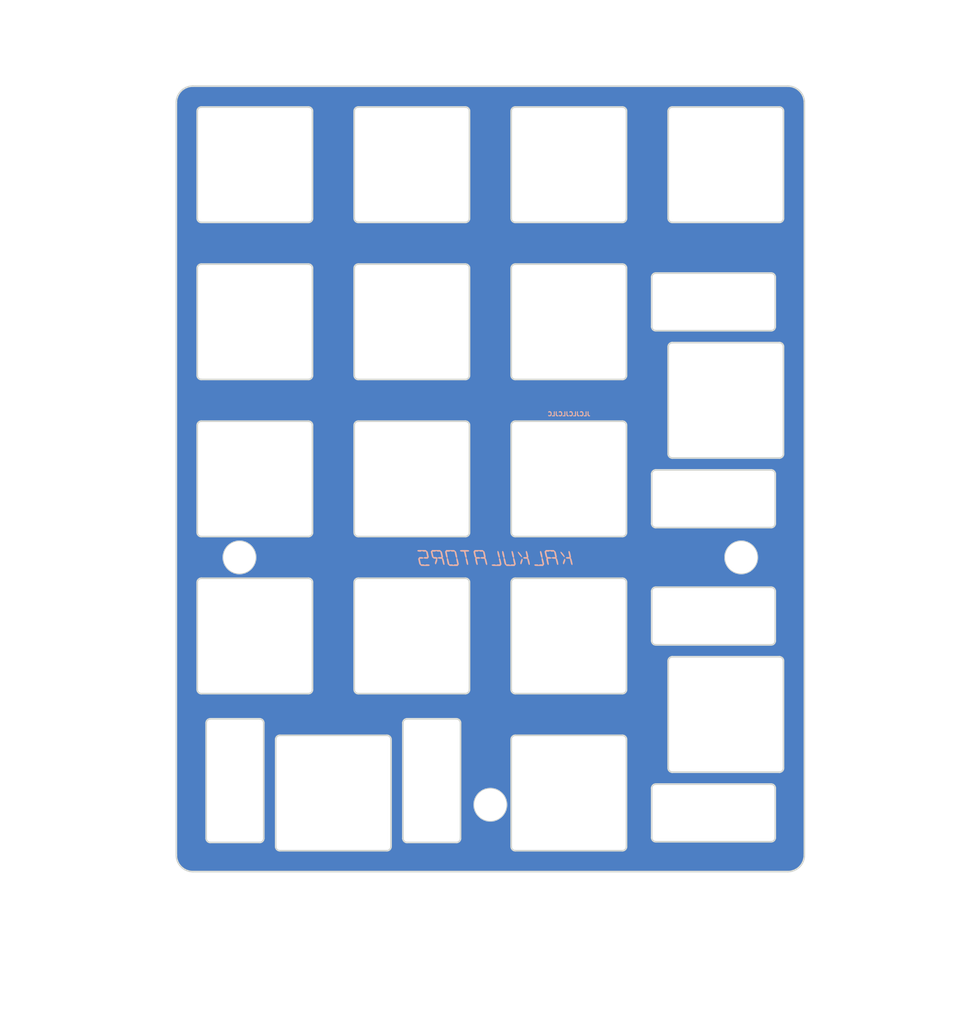
<source format=kicad_pcb>
(kicad_pcb (version 20221018) (generator pcbnew)
  (layers (0 "F.Cu" signal) (31 "B.Cu" signal) (34 "B.Paste" user) (35 "F.Paste" user) (36 "B.SilkS" user "B.Silkscreen") (37 "F.SilkS" user "F.Silkscreen") (38 "B.Mask" user) (39 "F.Mask" user) (44 "Edge.Cuts" user))
  (net 0 "")
  (footprint "libraries:logo_small" (layer "B.Cu") (at 85.44 88.4 180)
    (fp_text reference "G***" hide)
    (fp_text value "LOGO" hide)
  )
  (gr_arc (start 49.865 109.125) (mid 49.511447 108.978553) (end 49.365 108.625) (stroke (width 0.2)) (layer "Edge.Cuts"))
  (gr_line (start 49.865 51.975) (end 62.865 51.975) (stroke (width 0.2)) (layer "Edge.Cuts"))
  (gr_arc (start 120.515 118.15) (mid 120.368553 118.503553) (end 120.015 118.65) (stroke (width 0.2)) (layer "Edge.Cuts"))
  (gr_line (start 87.965 114.175) (end 100.965 114.175) (stroke (width 0.2)) (layer "Edge.Cuts"))
  (gr_line (start 46.84 37.45) (end 46.84 128.7) (stroke (width 0.2)) (layer "Edge.Cuts"))
  (gr_arc (start 62.865 37.975) (mid 63.218553 38.121447) (end 63.365 38.475) (stroke (width 0.2)) (layer "Edge.Cuts"))
  (gr_arc (start 87.965 109.125) (mid 87.611447 108.978553) (end 87.465 108.625) (stroke (width 0.2)) (layer "Edge.Cuts"))
  (gr_arc (start 82.415 108.625) (mid 82.268553 108.978553) (end 81.915 109.125) (stroke (width 0.2)) (layer "Edge.Cuts"))
  (gr_arc (start 63.365 89.575) (mid 63.218553 89.928553) (end 62.865 90.075) (stroke (width 0.2)) (layer "Edge.Cuts"))
  (gr_line (start 87.965 76.075) (end 100.965 76.075) (stroke (width 0.2)) (layer "Edge.Cuts"))
  (gr_arc (start 68.915 51.975) (mid 68.561447 51.828553) (end 68.415 51.475) (stroke (width 0.2)) (layer "Edge.Cuts"))
  (gr_arc (start 105.015 103.212) (mid 104.661447 103.065553) (end 104.515 102.712) (stroke (width 0.2)) (layer "Edge.Cuts"))
  (gr_arc (start 101.465 70.525) (mid 101.318553 70.878553) (end 100.965 71.025) (stroke (width 0.2)) (layer "Edge.Cuts"))
  (gr_line (start 49.865 57.025) (end 62.865 57.025) (stroke (width 0.2)) (layer "Edge.Cuts"))
  (gr_line (start 87.965 95.125) (end 100.965 95.125) (stroke (width 0.2)) (layer "Edge.Cuts"))
  (gr_arc (start 123.04 128.7) (mid 122.454214 130.114214) (end 121.04 130.7) (stroke (width 0.2)) (layer "Edge.Cuts"))
  (gr_arc (start 105.015 65.112) (mid 104.661447 64.965553) (end 104.515 64.612) (stroke (width 0.2)) (layer "Edge.Cuts"))
  (gr_line (start 101.465 76.575) (end 101.465 89.575) (stroke (width 0.2)) (layer "Edge.Cuts"))
  (gr_arc (start 106.515 38.475) (mid 106.661447 38.121447) (end 107.015 37.975) (stroke (width 0.2)) (layer "Edge.Cuts"))
  (gr_line (start 72.89 114.675) (end 72.89 127.675) (stroke (width 0.2)) (layer "Edge.Cuts"))
  (gr_line (start 119.015 58.112) (end 105.015 58.112) (stroke (width 0.2)) (layer "Edge.Cuts"))
  (gr_line (start 104.515 82.488) (end 104.515 88.488) (stroke (width 0.2)) (layer "Edge.Cuts"))
  (gr_line (start 63.365 95.625) (end 63.365 108.625) (stroke (width 0.2)) (layer "Edge.Cuts"))
  (gr_arc (start 81.915 37.975) (mid 82.268553 38.121447) (end 82.415 38.475) (stroke (width 0.2)) (layer "Edge.Cuts"))
  (gr_line (start 68.415 57.525) (end 68.415 70.525) (stroke (width 0.2)) (layer "Edge.Cuts"))
  (gr_line (start 68.415 95.625) (end 68.415 108.625) (stroke (width 0.2)) (layer "Edge.Cuts"))
  (gr_line (start 87.965 90.075) (end 100.965 90.075) (stroke (width 0.2)) (layer "Edge.Cuts"))
  (gr_line (start 120.515 38.475) (end 120.515 51.475) (stroke (width 0.2)) (layer "Edge.Cuts"))
  (gr_line (start 119.515 58.612) (end 119.515 64.612) (stroke (width 0.2)) (layer "Edge.Cuts"))
  (gr_arc (start 106.515 105.15) (mid 106.661447 104.796447) (end 107.015 104.65) (stroke (width 0.2)) (layer "Edge.Cuts"))
  (gr_arc (start 48.84 130.7) (mid 47.425786 130.114214) (end 46.84 128.7) (stroke (width 0.2)) (layer "Edge.Cuts"))
  (gr_line (start 68.915 57.025) (end 81.915 57.025) (stroke (width 0.2)) (layer "Edge.Cuts"))
  (gr_arc (start 74.328 112.675) (mid 74.474447 112.321447) (end 74.828 112.175) (stroke (width 0.2)) (layer "Edge.Cuts"))
  (gr_arc (start 46.84 37.45) (mid 47.425786 36.035786) (end 48.84 35.45) (stroke (width 0.2)) (layer "Edge.Cuts"))
  (gr_arc (start 119.015 96.212) (mid 119.368553 96.358447) (end 119.515 96.712) (stroke (width 0.2)) (layer "Edge.Cuts"))
  (gr_line (start 119.015 88.988) (end 105.015 88.988) (stroke (width 0.2)) (layer "Edge.Cuts"))
  (gr_arc (start 120.015 66.55) (mid 120.368553 66.696447) (end 120.515 67.05) (stroke (width 0.2)) (layer "Edge.Cuts"))
  (gr_arc (start 62.865 95.125) (mid 63.218553 95.271447) (end 63.365 95.625) (stroke (width 0.2)) (layer "Edge.Cuts"))
  (gr_arc (start 107.015 118.65) (mid 106.661447 118.503553) (end 106.515 118.15) (stroke (width 0.2)) (layer "Edge.Cuts"))
  (gr_arc (start 62.865 76.075) (mid 63.218553 76.221447) (end 63.365 76.575) (stroke (width 0.2)) (layer "Edge.Cuts"))
  (gr_arc (start 49.365 76.575) (mid 49.511447 76.221447) (end 49.865 76.075) (stroke (width 0.2)) (layer "Edge.Cuts"))
  (gr_line (start 49.865 90.075) (end 62.865 90.075) (stroke (width 0.2)) (layer "Edge.Cuts"))
  (gr_arc (start 119.515 88.488) (mid 119.368553 88.841553) (end 119.015 88.988) (stroke (width 0.2)) (layer "Edge.Cuts"))
  (gr_line (start 121.04 130.7) (end 48.84 130.7) (stroke (width 0.2)) (layer "Edge.Cuts"))
  (gr_arc (start 50.952 127.175) (mid 50.598447 127.028553) (end 50.452 126.675) (stroke (width 0.2)) (layer "Edge.Cuts"))
  (gr_circle (center 84.94 122.6) (end 86.94 122.6) (stroke (width 0.1)) (fill none) (layer "Edge.Cuts"))
  (gr_arc (start 87.465 95.625) (mid 87.611447 95.271447) (end 87.965 95.125) (stroke (width 0.2)) (layer "Edge.Cuts"))
  (gr_line (start 68.915 71.025) (end 81.915 71.025) (stroke (width 0.2)) (layer "Edge.Cuts"))
  (gr_line (start 101.465 57.525) (end 101.465 70.525) (stroke (width 0.2)) (layer "Edge.Cuts"))
  (gr_arc (start 74.828 127.175) (mid 74.474447 127.028553) (end 74.328 126.675) (stroke (width 0.2)) (layer "Edge.Cuts"))
  (gr_line (start 59.39 128.175) (end 72.39 128.175) (stroke (width 0.2)) (layer "Edge.Cuts"))
  (gr_arc (start 107.015 51.975) (mid 106.661447 51.828553) (end 106.515 51.475) (stroke (width 0.2)) (layer "Edge.Cuts"))
  (gr_arc (start 101.465 108.625) (mid 101.318553 108.978553) (end 100.965 109.125) (stroke (width 0.2)) (layer "Edge.Cuts"))
  (gr_line (start 56.952 127.175) (end 50.952 127.175) (stroke (width 0.2)) (layer "Edge.Cuts"))
  (gr_line (start 104.515 96.712) (end 104.515 102.712) (stroke (width 0.2)) (layer "Edge.Cuts"))
  (gr_line (start 57.452 126.675) (end 57.452 112.675) (stroke (width 0.2)) (layer "Edge.Cuts"))
  (gr_arc (start 106.515 67.05) (mid 106.661447 66.696447) (end 107.015 66.55) (stroke (width 0.2)) (layer "Edge.Cuts"))
  (gr_line (start 120.015 104.65) (end 107.015 104.65) (stroke (width 0.2)) (layer "Edge.Cuts"))
  (gr_line (start 81.328 126.675) (end 81.328 112.675) (stroke (width 0.2)) (layer "Edge.Cuts"))
  (gr_arc (start 101.465 51.475) (mid 101.318553 51.828553) (end 100.965 51.975) (stroke (width 0.2)) (layer "Edge.Cuts"))
  (gr_line (start 80.828 112.175) (end 74.828 112.175) (stroke (width 0.2)) (layer "Edge.Cuts"))
  (gr_arc (start 57.452 126.675) (mid 57.305553 127.028553) (end 56.952 127.175) (stroke (width 0.2)) (layer "Edge.Cuts"))
  (gr_line (start 59.39 114.175) (end 72.39 114.175) (stroke (width 0.2)) (layer "Edge.Cuts"))
  (gr_line (start 56.952 112.175) (end 50.952 112.175) (stroke (width 0.2)) (layer "Edge.Cuts"))
  (gr_arc (start 87.965 71.025) (mid 87.611447 70.878553) (end 87.465 70.525) (stroke (width 0.2)) (layer "Edge.Cuts"))
  (gr_line (start 82.415 76.575) (end 82.415 89.575) (stroke (width 0.2)) (layer "Edge.Cuts"))
  (gr_arc (start 72.89 127.675) (mid 72.743553 128.028553) (end 72.39 128.175) (stroke (width 0.2)) (layer "Edge.Cuts"))
  (gr_line (start 87.965 51.975) (end 100.965 51.975) (stroke (width 0.2)) (layer "Edge.Cuts"))
  (gr_arc (start 104.515 58.612) (mid 104.661447 58.258447) (end 105.015 58.112) (stroke (width 0.2)) (layer "Edge.Cuts"))
  (gr_line (start 87.465 76.575) (end 87.465 89.575) (stroke (width 0.2)) (layer "Edge.Cuts"))
  (gr_arc (start 49.865 71.025) (mid 49.511447 70.878553) (end 49.365 70.525) (stroke (width 0.2)) (layer "Edge.Cuts"))
  (gr_arc (start 120.015 104.65) (mid 120.368553 104.796447) (end 120.515 105.15) (stroke (width 0.2)) (layer "Edge.Cuts"))
  (gr_line (start 119.015 65.112) (end 105.015 65.112) (stroke (width 0.2)) (layer "Edge.Cuts"))
  (gr_arc (start 119.015 58.112) (mid 119.368553 58.258447) (end 119.515 58.612) (stroke (width 0.2)) (layer "Edge.Cuts"))
  (gr_line (start 49.865 71.025) (end 62.865 71.025) (stroke (width 0.2)) (layer "Edge.Cuts"))
  (gr_line (start 107.015 37.975) (end 120.015 37.975) (stroke (width 0.2)) (layer "Edge.Cuts"))
  (gr_arc (start 68.415 38.475) (mid 68.561447 38.121447) (end 68.915 37.975) (stroke (width 0.2)) (layer "Edge.Cuts"))
  (gr_line (start 107.015 51.975) (end 120.015 51.975) (stroke (width 0.2)) (layer "Edge.Cuts"))
  (gr_line (start 68.415 76.575) (end 68.415 89.575) (stroke (width 0.2)) (layer "Edge.Cuts"))
  (gr_arc (start 104.515 120.588) (mid 104.661447 120.234447) (end 105.015 120.088) (stroke (width 0.2)) (layer "Edge.Cuts"))
  (gr_line (start 68.915 90.075) (end 81.915 90.075) (stroke (width 0.2)) (layer "Edge.Cuts"))
  (gr_line (start 120.015 80.55) (end 107.015 80.55) (stroke (width 0.2)) (layer "Edge.Cuts"))
  (gr_line (start 50.452 126.675) (end 50.452 112.675) (stroke (width 0.2)) (layer "Edge.Cuts"))
  (gr_arc (start 120.515 80.05) (mid 120.368553 80.403553) (end 120.015 80.55) (stroke (width 0.2)) (layer "Edge.Cuts"))
  (gr_circle (center 54.5 92.6) (end 56.5 92.6) (stroke (width 0.1)) (fill none) (layer "Edge.Cuts"))
  (gr_arc (start 87.465 114.675) (mid 87.611447 114.321447) (end 87.965 114.175) (stroke (width 0.2)) (layer "Edge.Cuts"))
  (gr_line (start 63.365 76.575) (end 63.365 89.575) (stroke (width 0.2)) (layer "Edge.Cuts"))
  (gr_arc (start 49.865 51.975) (mid 49.511447 51.828553) (end 49.365 51.475) (stroke (width 0.2)) (layer "Edge.Cuts"))
  (gr_arc (start 81.915 95.125) (mid 82.268553 95.271447) (end 82.415 95.625) (stroke (width 0.2)) (layer "Edge.Cuts"))
  (gr_line (start 49.365 95.625) (end 49.365 108.625) (stroke (width 0.2)) (layer "Edge.Cuts"))
  (gr_line (start 106.515 67.05) (end 106.515 80.05) (stroke (width 0.2)) (layer "Edge.Cuts"))
  (gr_arc (start 104.515 96.712) (mid 104.661447 96.358447) (end 105.015 96.212) (stroke (width 0.2)) (layer "Edge.Cuts"))
  (gr_line (start 87.465 38.475) (end 87.465 51.475) (stroke (width 0.2)) (layer "Edge.Cuts"))
  (gr_line (start 121.04 35.45) (end 48.84 35.45) (stroke (width 0.2)) (layer "Edge.Cuts"))
  (gr_arc (start 72.39 114.175) (mid 72.743553 114.321447) (end 72.89 114.675) (stroke (width 0.2)) (layer "Edge.Cuts"))
  (gr_line (start 104.515 120.588) (end 104.515 126.588) (stroke (width 0.2)) (layer "Edge.Cuts"))
  (gr_arc (start 50.452 112.675) (mid 50.598447 112.321447) (end 50.952 112.175) (stroke (width 0.2)) (layer "Edge.Cuts"))
  (gr_arc (start 49.365 95.625) (mid 49.511447 95.271447) (end 49.865 95.125) (stroke (width 0.2)) (layer "Edge.Cuts"))
  (gr_line (start 68.915 95.125) (end 81.915 95.125) (stroke (width 0.2)) (layer "Edge.Cuts"))
  (gr_line (start 87.465 57.525) (end 87.465 70.525) (stroke (width 0.2)) (layer "Edge.Cuts"))
  (gr_arc (start 105.015 127.088) (mid 104.661447 126.941553) (end 104.515 126.588) (stroke (width 0.2)) (layer "Edge.Cuts"))
  (gr_line (start 49.865 76.075) (end 62.865 76.075) (stroke (width 0.2)) (layer "Edge.Cuts"))
  (gr_arc (start 59.39 128.175) (mid 59.036447 128.028553) (end 58.89 127.675) (stroke (width 0.2)) (layer "Edge.Cuts"))
  (gr_line (start 80.828 127.175) (end 74.828 127.175) (stroke (width 0.2)) (layer "Edge.Cuts"))
  (gr_arc (start 68.415 95.625) (mid 68.561447 95.271447) (end 68.915 95.125) (stroke (width 0.2)) (layer "Edge.Cuts"))
  (gr_arc (start 82.415 89.575) (mid 82.268553 89.928553) (end 81.915 90.075) (stroke (width 0.2)) (layer "Edge.Cuts"))
  (gr_arc (start 87.965 90.075) (mid 87.611447 89.928553) (end 87.465 89.575) (stroke (width 0.2)) (layer "Edge.Cuts"))
  (gr_line (start 82.415 38.475) (end 82.415 51.475) (stroke (width 0.2)) (layer "Edge.Cuts"))
  (gr_arc (start 49.365 38.475) (mid 49.511447 38.121447) (end 49.865 37.975) (stroke (width 0.2)) (layer "Edge.Cuts"))
  (gr_line (start 68.915 51.975) (end 81.915 51.975) (stroke (width 0.2)) (layer "Edge.Cuts"))
  (gr_arc (start 68.415 57.525) (mid 68.561447 57.171447) (end 68.915 57.025) (stroke (width 0.2)) (layer "Edge.Cuts"))
  (gr_line (start 101.465 114.675) (end 101.465 127.675) (stroke (width 0.2)) (layer "Edge.Cuts"))
  (gr_line (start 63.365 57.525) (end 63.365 70.525) (stroke (width 0.2)) (layer "Edge.Cuts"))
  (gr_line (start 68.915 109.125) (end 81.915 109.125) (stroke (width 0.2)) (layer "Edge.Cuts"))
  (gr_arc (start 58.89 114.675) (mid 59.036447 114.321447) (end 59.39 114.175) (stroke (width 0.2)) (layer "Edge.Cuts"))
  (gr_arc (start 120.015 37.975) (mid 120.368553 38.121447) (end 120.515 38.475) (stroke (width 0.2)) (layer "Edge.Cuts"))
  (gr_arc (start 87.465 57.525) (mid 87.611447 57.171447) (end 87.965 57.025) (stroke (width 0.2)) (layer "Edge.Cuts"))
  (gr_line (start 49.365 38.475) (end 49.365 51.475) (stroke (width 0.2)) (layer "Edge.Cuts"))
  (gr_arc (start 119.015 120.088) (mid 119.368553 120.234447) (end 119.515 120.588) (stroke (width 0.2)) (layer "Edge.Cuts"))
  (gr_arc (start 81.328 126.675) (mid 81.181553 127.028553) (end 80.828 127.175) (stroke (width 0.2)) (layer "Edge.Cuts"))
  (gr_line (start 87.965 57.025) (end 100.965 57.025) (stroke (width 0.2)) (layer "Edge.Cuts"))
  (gr_arc (start 104.515 82.488) (mid 104.661447 82.134447) (end 105.015 81.988) (stroke (width 0.2)) (layer "Edge.Cuts"))
  (gr_line (start 119.515 96.712) (end 119.515 102.712) (stroke (width 0.2)) (layer "Edge.Cuts"))
  (gr_line (start 49.865 95.125) (end 62.865 95.125) (stroke (width 0.2)) (layer "Edge.Cuts"))
  (gr_line (start 123.04 37.45) (end 123.04 128.7) (stroke (width 0.2)) (layer "Edge.Cuts"))
  (gr_line (start 120.015 118.65) (end 107.015 118.65) (stroke (width 0.2)) (layer "Edge.Cuts"))
  (gr_line (start 101.465 95.625) (end 101.465 108.625) (stroke (width 0.2)) (layer "Edge.Cuts"))
  (gr_arc (start 119.515 64.612) (mid 119.368553 64.965553) (end 119.015 65.112) (stroke (width 0.2)) (layer "Edge.Cuts"))
  (gr_arc (start 68.915 90.075) (mid 68.561447 89.928553) (end 68.415 89.575) (stroke (width 0.2)) (layer "Edge.Cuts"))
  (gr_arc (start 81.915 76.075) (mid 82.268553 76.221447) (end 82.415 76.575) (stroke (width 0.2)) (layer "Edge.Cuts"))
  (gr_arc (start 100.965 114.175) (mid 101.318553 114.321447) (end 101.465 114.675) (stroke (width 0.2)) (layer "Edge.Cuts"))
  (gr_line (start 106.515 105.15) (end 106.515 118.15) (stroke (width 0.2)) (layer "Edge.Cuts"))
  (gr_arc (start 100.965 57.025) (mid 101.318553 57.171447) (end 101.465 57.525) (stroke (width 0.2)) (layer "Edge.Cuts"))
  (gr_line (start 87.965 109.125) (end 100.965 109.125) (stroke (width 0.2)) (layer "Edge.Cuts"))
  (gr_line (start 120.015 66.55) (end 107.015 66.55) (stroke (width 0.2)) (layer "Edge.Cuts"))
  (gr_arc (start 105.015 88.988) (mid 104.661447 88.841553) (end 104.515 88.488) (stroke (width 0.2)) (layer "Edge.Cuts"))
  (gr_line (start 49.865 109.125) (end 62.865 109.125) (stroke (width 0.2)) (layer "Edge.Cuts"))
  (gr_arc (start 68.915 109.125) (mid 68.561447 108.978553) (end 68.415 108.625) (stroke (width 0.2)) (layer "Edge.Cuts"))
  (gr_arc (start 101.465 127.675) (mid 101.318553 128.028553) (end 100.965 128.175) (stroke (width 0.2)) (layer "Edge.Cuts"))
  (gr_arc (start 119.015 81.988) (mid 119.368553 82.134447) (end 119.515 82.488) (stroke (width 0.2)) (layer "Edge.Cuts"))
  (gr_line (start 119.015 96.212) (end 105.015 96.212) (stroke (width 0.2)) (layer "Edge.Cuts"))
  (gr_line (start 68.915 76.075) (end 81.915 76.075) (stroke (width 0.2)) (layer "Edge.Cuts"))
  (gr_line (start 104.515 58.612) (end 104.515 64.612) (stroke (width 0.2)) (layer "Edge.Cuts"))
  (gr_arc (start 82.415 51.475) (mid 82.268553 51.828553) (end 81.915 51.975) (stroke (width 0.2)) (layer "Edge.Cuts"))
  (gr_arc (start 56.952 112.175) (mid 57.305553 112.321447) (end 57.452 112.675) (stroke (width 0.2)) (layer "Edge.Cuts"))
  (gr_arc (start 101.465 89.575) (mid 101.318553 89.928553) (end 100.965 90.075) (stroke (width 0.2)) (layer "Edge.Cuts"))
  (gr_arc (start 107.015 80.55) (mid 106.661447 80.403553) (end 106.515 80.05) (stroke (width 0.2)) (layer "Edge.Cuts"))
  (gr_arc (start 87.965 51.975) (mid 87.611447 51.828553) (end 87.465 51.475) (stroke (width 0.2)) (layer "Edge.Cuts"))
  (gr_line (start 49.865 37.975) (end 62.865 37.975) (stroke (width 0.2)) (layer "Edge.Cuts"))
  (gr_arc (start 87.465 76.575) (mid 87.611447 76.221447) (end 87.965 76.075) (stroke (width 0.2)) (layer "Edge.Cuts"))
  (gr_arc (start 119.515 102.712) (mid 119.368553 103.065553) (end 119.015 103.212) (stroke (width 0.2)) (layer "Edge.Cuts"))
  (gr_line (start 63.365 38.475) (end 63.365 51.475) (stroke (width 0.2)) (layer "Edge.Cuts"))
  (gr_line (start 49.365 76.575) (end 49.365 89.575) (stroke (width 0.2)) (layer "Edge.Cuts"))
  (gr_arc (start 63.365 51.475) (mid 63.218553 51.828553) (end 62.865 51.975) (stroke (width 0.2)) (layer "Edge.Cuts"))
  (gr_arc (start 49.865 90.075) (mid 49.511447 89.928553) (end 49.365 89.575) (stroke (width 0.2)) (layer "Edge.Cuts"))
  (gr_line (start 49.365 57.525) (end 49.365 70.525) (stroke (width 0.2)) (layer "Edge.Cuts"))
  (gr_arc (start 100.965 76.075) (mid 101.318553 76.221447) (end 101.465 76.575) (stroke (width 0.2)) (layer "Edge.Cuts"))
  (gr_arc (start 119.515 126.588) (mid 119.368553 126.941553) (end 119.015 127.088) (stroke (width 0.2)) (layer "Edge.Cuts"))
  (gr_arc (start 121.04 35.45) (mid 122.454214 36.035786) (end 123.04 37.45) (stroke (width 0.2)) (layer "Edge.Cuts"))
  (gr_arc (start 87.965 128.175) (mid 87.611447 128.028553) (end 87.465 127.675) (stroke (width 0.2)) (layer "Edge.Cuts"))
  (gr_line (start 87.965 37.975) (end 100.965 37.975) (stroke (width 0.2)) (layer "Edge.Cuts"))
  (gr_line (start 87.965 128.175) (end 100.965 128.175) (stroke (width 0.2)) (layer "Edge.Cuts"))
  (gr_line (start 74.328 126.675) (end 74.328 112.675) (stroke (width 0.2)) (layer "Edge.Cuts"))
  (gr_arc (start 63.365 70.525) (mid 63.218553 70.878553) (end 62.865 71.025) (stroke (width 0.2)) (layer "Edge.Cuts"))
  (gr_line (start 120.515 105.15) (end 120.515 118.15) (stroke (width 0.2)) (layer "Edge.Cuts"))
  (gr_line (start 119.015 120.088) (end 105.015 120.088) (stroke (width 0.2)) (layer "Edge.Cuts"))
  (gr_line (start 82.415 95.625) (end 82.415 108.625) (stroke (width 0.2)) (layer "Edge.Cuts"))
  (gr_line (start 68.915 37.975) (end 81.915 37.975) (stroke (width 0.2)) (layer "Edge.Cuts"))
  (gr_line (start 119.015 81.988) (end 105.015 81.988) (stroke (width 0.2)) (layer "Edge.Cuts"))
  (gr_line (start 101.465 38.475) (end 101.465 51.475) (stroke (width 0.2)) (layer "Edge.Cuts"))
  (gr_arc (start 68.415 76.575) (mid 68.561447 76.221447) (end 68.915 76.075) (stroke (width 0.2)) (layer "Edge.Cuts"))
  (gr_arc (start 62.865 57.025) (mid 63.218553 57.171447) (end 63.365 57.525) (stroke (width 0.2)) (layer "Edge.Cuts"))
  (gr_arc (start 63.365 108.625) (mid 63.218553 108.978553) (end 62.865 109.125) (stroke (width 0.2)) (layer "Edge.Cuts"))
  (gr_arc (start 49.365 57.525) (mid 49.511447 57.171447) (end 49.865 57.025) (stroke (width 0.2)) (layer "Edge.Cuts"))
  (gr_line (start 58.89 114.675) (end 58.89 127.675) (stroke (width 0.2)) (layer "Edge.Cuts"))
  (gr_line (start 87.465 114.675) (end 87.465 127.675) (stroke (width 0.2)) (layer "Edge.Cuts"))
  (gr_line (start 87.465 95.625) (end 87.465 108.625) (stroke (width 0.2)) (layer "Edge.Cuts"))
  (gr_circle (center 115.38 92.6) (end 117.38 92.6) (stroke (width 0.1)) (fill none) (layer "Edge.Cuts"))
  (gr_line (start 87.965 71.025) (end 100.965 71.025) (stroke (width 0.2)) (layer "Edge.Cuts"))
  (gr_line (start 119.515 82.488) (end 119.515 88.488) (stroke (width 0.2)) (layer "Edge.Cuts"))
  (gr_line (start 106.515 38.475) (end 106.515 51.475) (stroke (width 0.2)) (layer "Edge.Cuts"))
  (gr_arc (start 120.515 51.475) (mid 120.368553 51.828553) (end 120.015 51.975) (stroke (width 0.2)) (layer "Edge.Cuts"))
  (gr_arc (start 87.465 38.475) (mid 87.611447 38.121447) (end 87.965 37.975) (stroke (width 0.2)) (layer "Edge.Cuts"))
  (gr_line (start 68.415 38.475) (end 68.415 51.475) (stroke (width 0.2)) (layer "Edge.Cuts"))
  (gr_line (start 119.515 120.588) (end 119.515 126.588) (stroke (width 0.2)) (layer "Edge.Cuts"))
  (gr_line (start 120.515 67.05) (end 120.515 80.05) (stroke (width 0.2)) (layer "Edge.Cuts"))
  (gr_arc (start 81.915 57.025) (mid 82.268553 57.171447) (end 82.415 57.525) (stroke (width 0.2)) (layer "Edge.Cuts"))
  (gr_line (start 119.015 103.212) (end 105.015 103.212) (stroke (width 0.2)) (layer "Edge.Cuts"))
  (gr_arc (start 100.965 95.125) (mid 101.318553 95.271447) (end 101.465 95.625) (stroke (width 0.2)) (layer "Edge.Cuts"))
  (gr_line (start 119.015 127.088) (end 105.015 127.088) (stroke (width 0.2)) (layer "Edge.Cuts"))
  (gr_arc (start 82.415 70.525) (mid 82.268553 70.878553) (end 81.915 71.025) (stroke (width 0.2)) (layer "Edge.Cuts"))
  (gr_arc (start 68.915 71.025) (mid 68.561447 70.878553) (end 68.415 70.525) (stroke (width 0.2)) (layer "Edge.Cuts"))
  (gr_arc (start 80.828 112.175) (mid 81.181553 112.321447) (end 81.328 112.675) (stroke (width 0.2)) (layer "Edge.Cuts"))
  (gr_arc (start 100.965 37.975) (mid 101.318553 38.121447) (end 101.465 38.475) (stroke (width 0.2)) (layer "Edge.Cuts"))
  (gr_line (start 82.415 57.525) (end 82.415 70.525) (stroke (width 0.2)) (layer "Edge.Cuts"))
  (gr_text "JLCJLCJLCJLC" (at 97.14 75.5) (layer "B.SilkS") (effects (font (size 0.5 0.5) (thickness 0.125)) (justify left bottom mirror)))
  (zone (net 0) (net_name "") (layer "F.Cu") (connect_pads (clearance 0.5)) (min_thickness 0.25) (fill yes (thermal_gap 0.5) (thermal_bridge_width 0.5) (island_removal_mode 1) (island_area_min 10))
    (polygon (pts (xy 38.04 29.7) (xy 135.64 27.6) (xy 134.54 146.2) (xy 31.94 141.9)))
  )
  (zone (net 0) (net_name "") (layer "B.Cu") (priority 1) (connect_pads (clearance 0.5)) (min_thickness 0.25) (fill yes (thermal_gap 0.5) (thermal_bridge_width 0.5) (island_removal_mode 1) (island_area_min 10))
    (polygon (pts (xy 35.04 25.4) (xy 142.94 25) (xy 143.64 148.3) (xy 25.44 149.2) (xy 32.24 30.8)))
  )
)
</source>
